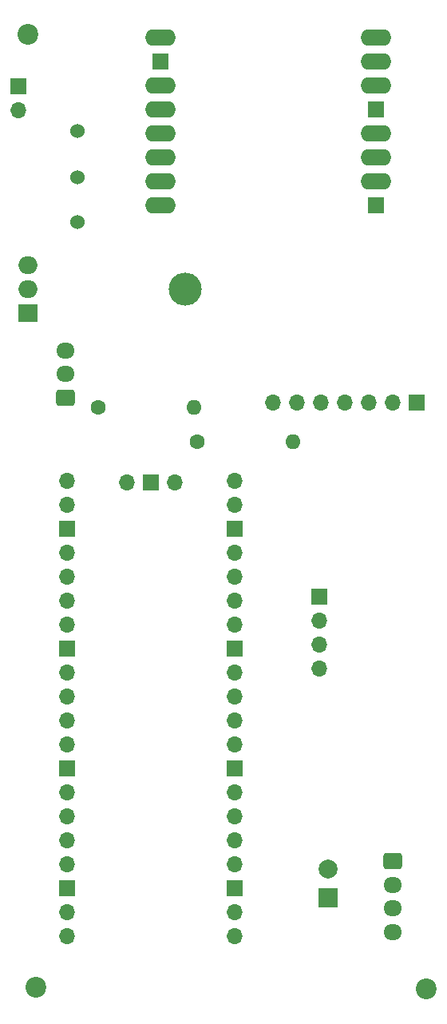
<source format=gbs>
G04 #@! TF.GenerationSoftware,KiCad,Pcbnew,7.0.7*
G04 #@! TF.CreationDate,2024-03-11T23:00:31+01:00*
G04 #@! TF.ProjectId,RocketBoard,526f636b-6574-4426-9f61-72642e6b6963,rev?*
G04 #@! TF.SameCoordinates,Original*
G04 #@! TF.FileFunction,Soldermask,Bot*
G04 #@! TF.FilePolarity,Negative*
%FSLAX46Y46*%
G04 Gerber Fmt 4.6, Leading zero omitted, Abs format (unit mm)*
G04 Created by KiCad (PCBNEW 7.0.7) date 2024-03-11 23:00:31*
%MOMM*%
%LPD*%
G01*
G04 APERTURE LIST*
G04 Aperture macros list*
%AMRoundRect*
0 Rectangle with rounded corners*
0 $1 Rounding radius*
0 $2 $3 $4 $5 $6 $7 $8 $9 X,Y pos of 4 corners*
0 Add a 4 corners polygon primitive as box body*
4,1,4,$2,$3,$4,$5,$6,$7,$8,$9,$2,$3,0*
0 Add four circle primitives for the rounded corners*
1,1,$1+$1,$2,$3*
1,1,$1+$1,$4,$5*
1,1,$1+$1,$6,$7*
1,1,$1+$1,$8,$9*
0 Add four rect primitives between the rounded corners*
20,1,$1+$1,$2,$3,$4,$5,0*
20,1,$1+$1,$4,$5,$6,$7,0*
20,1,$1+$1,$6,$7,$8,$9,0*
20,1,$1+$1,$8,$9,$2,$3,0*%
G04 Aperture macros list end*
%ADD10R,2.000000X2.000000*%
%ADD11C,2.000000*%
%ADD12R,1.700000X1.700000*%
%ADD13O,1.700000X1.700000*%
%ADD14RoundRect,0.250000X-0.725000X0.600000X-0.725000X-0.600000X0.725000X-0.600000X0.725000X0.600000X0*%
%ADD15O,1.950000X1.700000*%
%ADD16C,2.200000*%
%ADD17RoundRect,0.250000X0.725000X-0.600000X0.725000X0.600000X-0.725000X0.600000X-0.725000X-0.600000X0*%
%ADD18RoundRect,0.102000X0.762000X0.762000X-0.762000X0.762000X-0.762000X-0.762000X0.762000X-0.762000X0*%
%ADD19O,3.252000X1.728000*%
%ADD20C,1.600000*%
%ADD21O,1.600000X1.600000*%
%ADD22C,1.524000*%
%ADD23O,3.500000X3.500000*%
%ADD24R,2.000000X1.905000*%
%ADD25O,2.000000X1.905000*%
G04 APERTURE END LIST*
D10*
X133300000Y-138250000D03*
D11*
X133300000Y-135250000D03*
D12*
X132410000Y-106300000D03*
D13*
X132410000Y-108840000D03*
X132410000Y-111380000D03*
X132410000Y-113920000D03*
D14*
X140167500Y-134400000D03*
D15*
X140167500Y-136900000D03*
X140167500Y-139400000D03*
X140167500Y-141900000D03*
D13*
X123390000Y-142280000D03*
X123390000Y-139740000D03*
D12*
X123390000Y-137200000D03*
D13*
X123390000Y-134660000D03*
X123390000Y-132120000D03*
X123390000Y-129580000D03*
X123390000Y-127040000D03*
D12*
X123390000Y-124500000D03*
D13*
X123390000Y-121960000D03*
X123390000Y-119420000D03*
X123390000Y-116880000D03*
X123390000Y-114340000D03*
D12*
X123390000Y-111800000D03*
D13*
X123390000Y-109260000D03*
X123390000Y-106720000D03*
X123390000Y-104180000D03*
X123390000Y-101640000D03*
D12*
X123390000Y-99100000D03*
D13*
X123390000Y-96560000D03*
X123390000Y-94020000D03*
X105610000Y-94020000D03*
X105610000Y-96560000D03*
D12*
X105610000Y-99100000D03*
D13*
X105610000Y-101640000D03*
X105610000Y-104180000D03*
X105610000Y-106720000D03*
X105610000Y-109260000D03*
D12*
X105610000Y-111800000D03*
D13*
X105610000Y-114340000D03*
X105610000Y-116880000D03*
X105610000Y-119420000D03*
X105610000Y-121960000D03*
D12*
X105610000Y-124500000D03*
D13*
X105610000Y-127040000D03*
X105610000Y-129580000D03*
X105610000Y-132120000D03*
X105610000Y-134660000D03*
D12*
X105610000Y-137200000D03*
D13*
X105610000Y-139740000D03*
X105610000Y-142280000D03*
X117040000Y-94250000D03*
D12*
X114500000Y-94250000D03*
D13*
X111960000Y-94250000D03*
D16*
X102300000Y-147750000D03*
D17*
X105500000Y-85250000D03*
D15*
X105500000Y-82750000D03*
X105500000Y-80250000D03*
D18*
X138430000Y-64837500D03*
D19*
X138430000Y-62297500D03*
X138430000Y-59757500D03*
X138430000Y-57217500D03*
D18*
X138430000Y-54677500D03*
D19*
X138430000Y-52137500D03*
X138430000Y-49597500D03*
X138430000Y-47057500D03*
X115570000Y-47057500D03*
D18*
X115570000Y-49597500D03*
D19*
X115570000Y-52137500D03*
X115570000Y-54677500D03*
X115570000Y-57217500D03*
X115570000Y-59757500D03*
X115570000Y-62297500D03*
X115570000Y-64837500D03*
D20*
X119440000Y-89930000D03*
D21*
X129600000Y-89930000D03*
D22*
X106750000Y-57000000D03*
X106750000Y-61850000D03*
X106750000Y-66650000D03*
D12*
X100500000Y-52210000D03*
D13*
X100500000Y-54750000D03*
D16*
X101500000Y-46750000D03*
D20*
X108920000Y-86250000D03*
D21*
X119080000Y-86250000D03*
D16*
X143700000Y-147950000D03*
D23*
X118180000Y-73750000D03*
D24*
X101520000Y-76290000D03*
D25*
X101520000Y-73750000D03*
X101520000Y-71210000D03*
D12*
X142740000Y-85750000D03*
D13*
X140200000Y-85750000D03*
X137660000Y-85750000D03*
X135120000Y-85750000D03*
X132580000Y-85750000D03*
X130040000Y-85750000D03*
X127500000Y-85750000D03*
M02*

</source>
